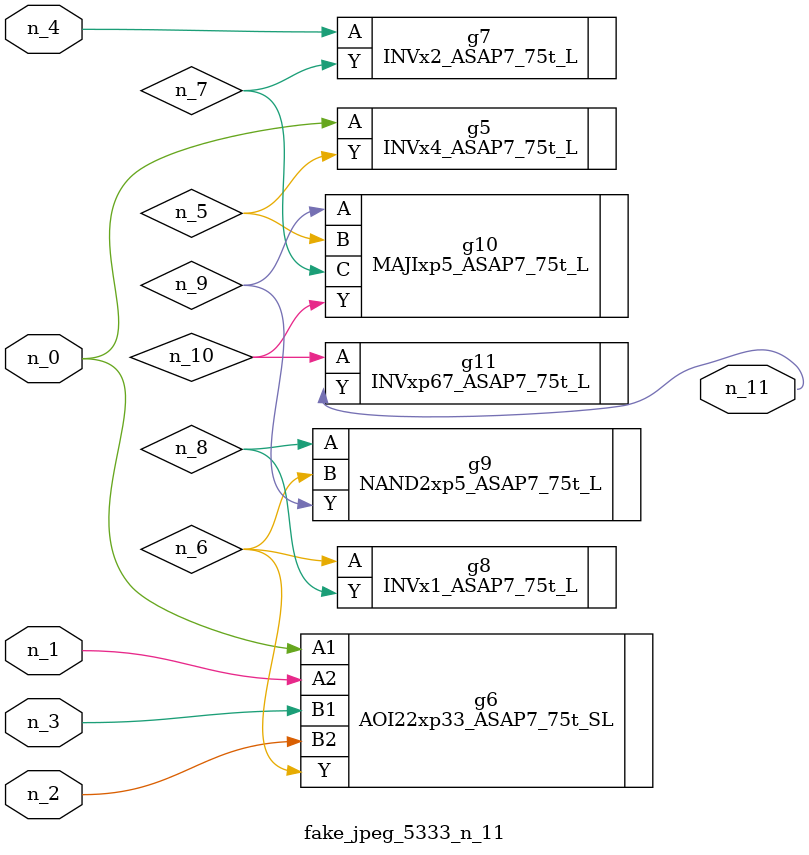
<source format=v>
module fake_jpeg_5333_n_11 (n_3, n_2, n_1, n_0, n_4, n_11);

input n_3;
input n_2;
input n_1;
input n_0;
input n_4;

output n_11;

wire n_10;
wire n_8;
wire n_9;
wire n_6;
wire n_5;
wire n_7;

INVx4_ASAP7_75t_L g5 ( 
.A(n_0),
.Y(n_5)
);

AOI22xp33_ASAP7_75t_SL g6 ( 
.A1(n_0),
.A2(n_1),
.B1(n_3),
.B2(n_2),
.Y(n_6)
);

INVx2_ASAP7_75t_L g7 ( 
.A(n_4),
.Y(n_7)
);

INVx1_ASAP7_75t_L g8 ( 
.A(n_6),
.Y(n_8)
);

NAND2xp5_ASAP7_75t_L g9 ( 
.A(n_8),
.B(n_6),
.Y(n_9)
);

MAJIxp5_ASAP7_75t_L g10 ( 
.A(n_9),
.B(n_5),
.C(n_7),
.Y(n_10)
);

INVxp67_ASAP7_75t_L g11 ( 
.A(n_10),
.Y(n_11)
);


endmodule
</source>
